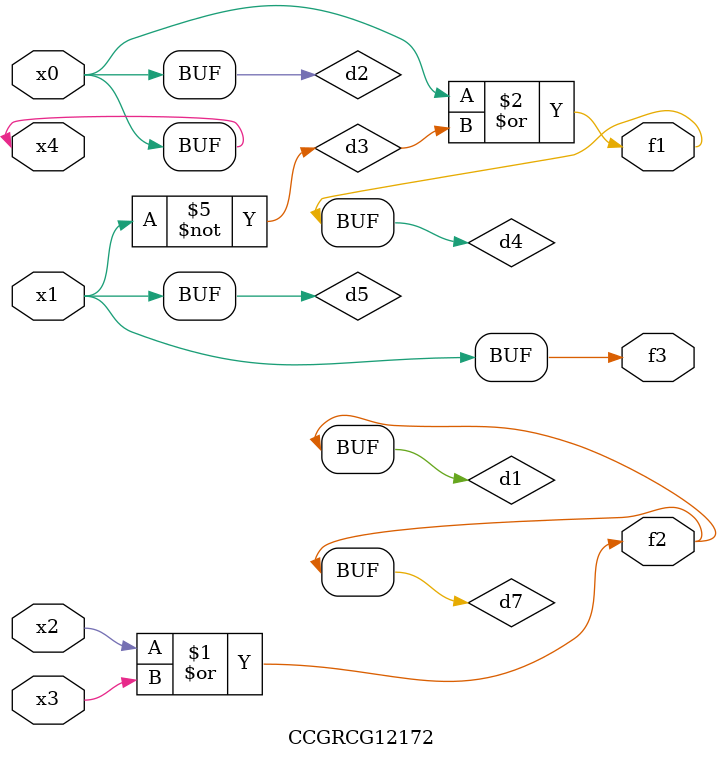
<source format=v>
module CCGRCG12172(
	input x0, x1, x2, x3, x4,
	output f1, f2, f3
);

	wire d1, d2, d3, d4, d5, d6, d7;

	or (d1, x2, x3);
	buf (d2, x0, x4);
	not (d3, x1);
	or (d4, d2, d3);
	not (d5, d3);
	nand (d6, d1, d3);
	or (d7, d1);
	assign f1 = d4;
	assign f2 = d7;
	assign f3 = d5;
endmodule

</source>
